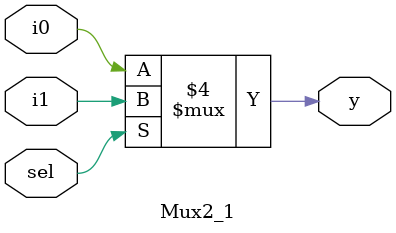
<source format=v>
`timescale 1ns / 1ps


module Mux2_1(
    input sel, i1,i0,
    output reg y
    );
    
    always@(*)
    begin
        if(sel == 0)
        begin y = i0; end  
        else 
        begin y = i1; end
    end   
endmodule

</source>
